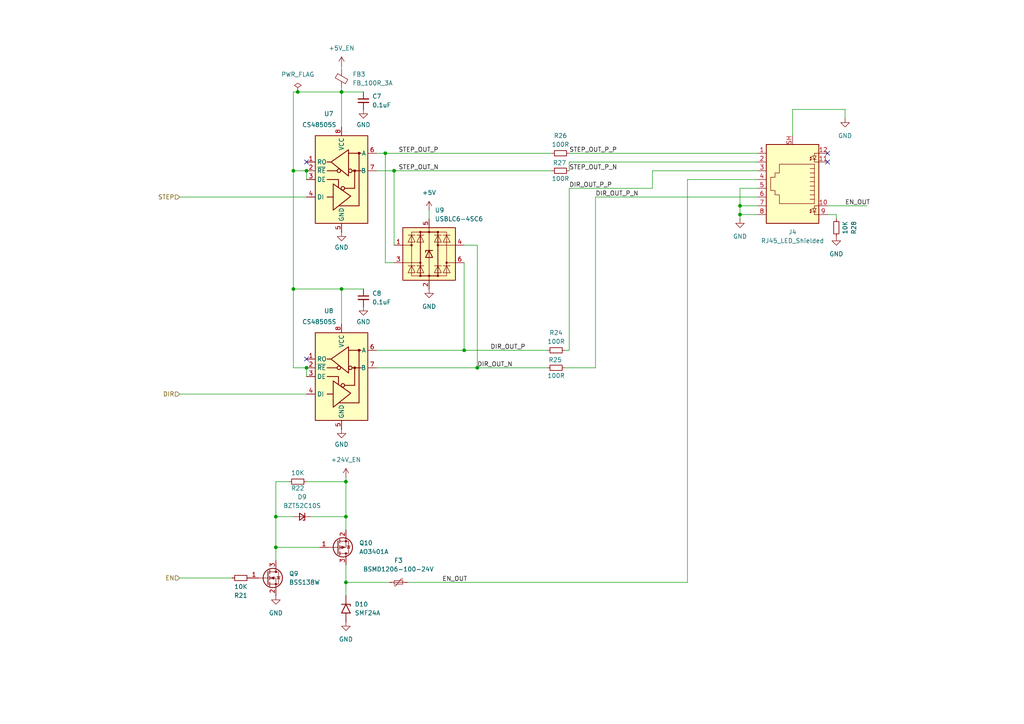
<source format=kicad_sch>
(kicad_sch (version 20231120) (generator "eeschema") (generator_version "8.0")
  (paper "A4")
  (lib_symbols
    (symbol "Device:C_Small" (pin_numbers hide) (pin_names (offset 0.254) hide)
      (property "Reference" "C" (at 0.254 1.778 0))
      (property "Value" "C_Small" (at 0.254 -2.032 0))
      (symbol "C_Small_0_1"
        (polyline (pts (xy -1.524 -0.508) (xy 1.524 -0.508)) (stroke (width 0.3302)))
        (polyline (pts (xy -1.524 0.508) (xy 1.524 0.508)) (stroke (width 0.3048)))
      )
      (symbol "C_Small_1_1"
        (pin passive line (at 0 2.54 270) (length 2.032) (name "~") (number "1"))
        (pin passive line (at 0 -2.54 90) (length 2.032) (name "~") (number "2"))
      )
    )
    (symbol "Device:R_Small" (pin_numbers hide) (pin_names (offset 0.254) hide)
      (property "Reference" "R" (at 0.762 0.508 0))
      (property "Value" "R_Small" (at 0.762 -1.016 0))
      (symbol "R_Small_0_1"
        (rectangle (start -0.762 1.778) (end 0.762 -1.778) (stroke (width 0.2032)))
      )
      (symbol "R_Small_1_1"
        (pin passive line (at 0 2.54 270) (length 0.762) (name "~") (number "1"))
        (pin passive line (at 0 -2.54 90) (length 0.762) (name "~") (number "2"))
      )
    )
    (symbol "hadv-connectors:RJ45_LED_Shielded" (pin_names (offset 1.016))
      (property "Reference" "J" (at -5.08 13.97 0))
      (property "Value" "RJ45_LED_Shielded" (at 1.27 13.97 0))
      (symbol "RJ45_LED_Shielded_0_1"
        (polyline (pts (xy -7.62 -7.62) (xy -6.35 -7.62)))
        (polyline (pts (xy -7.62 -5.08) (xy -6.35 -5.08)))
        (polyline (pts (xy -7.62 7.62) (xy -6.35 7.62)))
        (polyline (pts (xy -7.62 10.16) (xy -6.35 10.16)))
        (polyline (pts (xy -6.858 -5.842) (xy -5.842 -5.842)))
        (polyline (pts (xy -6.858 9.398) (xy -5.842 9.398)))
        (polyline (pts (xy -6.35 -7.62) (xy -6.35 -6.858)))
        (polyline (pts (xy -6.35 -5.08) (xy -6.35 -5.842)))
        (polyline (pts (xy -6.35 7.62) (xy -6.35 8.382)))
        (polyline (pts (xy -6.35 10.16) (xy -6.35 9.398)))
        (polyline (pts (xy -5.08 -6.223) (xy -5.207 -6.604)))
        (polyline (pts (xy -5.08 -5.588) (xy -5.207 -5.969)))
        (polyline (pts (xy -5.08 4.445) (xy -6.35 4.445)))
        (polyline (pts (xy -5.08 5.715) (xy -6.35 5.715)))
        (polyline (pts (xy -5.08 9.017) (xy -5.207 8.636)))
        (polyline (pts (xy -5.08 9.652) (xy -5.207 9.271)))
        (polyline (pts (xy -6.35 -3.175) (xy -5.08 -3.175) (xy -5.08 -3.175)))
        (polyline (pts (xy -6.35 -1.905) (xy -5.08 -1.905) (xy -5.08 -1.905)))
        (polyline (pts (xy -6.35 -0.635) (xy -5.08 -0.635) (xy -5.08 -0.635)))
        (polyline (pts (xy -6.35 0.635) (xy -5.08 0.635) (xy -5.08 0.635)))
        (polyline (pts (xy -6.35 1.905) (xy -5.08 1.905) (xy -5.08 1.905)))
        (polyline (pts (xy -5.588 -6.731) (xy -5.08 -6.223) (xy -5.461 -6.35)))
        (polyline (pts (xy -5.588 -6.096) (xy -5.08 -5.588) (xy -5.461 -5.715)))
        (polyline (pts (xy -5.588 8.509) (xy -5.08 9.017) (xy -5.461 8.89)))
        (polyline (pts (xy -5.588 9.144) (xy -5.08 9.652) (xy -5.461 9.525)))
        (polyline (pts (xy -5.08 3.175) (xy -6.35 3.175) (xy -6.35 3.175)))
        (polyline (pts (xy -6.35 -5.842) (xy -6.858 -6.858) (xy -5.842 -6.858) (xy -6.35 -5.842)))
        (polyline (pts (xy -6.35 9.398) (xy -6.858 8.382) (xy -5.842 8.382) (xy -6.35 9.398)))
        (polyline (pts (xy -6.35 -4.445) (xy -6.35 6.985) (xy 3.81 6.985) (xy 3.81 4.445) (xy 5.08 4.445) (xy 5.08 3.175) (xy 6.35 3.175) (xy 6.35 -0.635) (xy 5.08 -0.635) (xy 5.08 -1.905) (xy 3.81 -1.905) (xy 3.81 -4.445) (xy -6.35 -4.445) (xy -6.35 -4.445)))
        (rectangle (start 7.62 12.7) (end -7.62 -10.16) (stroke (width 0.254)) (fill (type background)))
      )
      (symbol "RJ45_LED_Shielded_1_1"
        (pin passive line (at 10.16 -7.62 180) (length 2.54) (name "~") (number "1"))
        (pin passive line (at -10.16 7.62 0) (length 2.54) (name "~") (number "10"))
        (pin passive line (at -10.16 -5.08 0) (length 2.54) (name "~") (number "11"))
        (pin passive line (at -10.16 -7.62 0) (length 2.54) (name "~") (number "12"))
        (pin passive line (at 10.16 -5.08 180) (length 2.54) (name "~") (number "2"))
        (pin passive line (at 10.16 -2.54 180) (length 2.54) (name "~") (number "3"))
        (pin passive line (at 10.16 0 180) (length 2.54) (name "~") (number "4"))
        (pin passive line (at 10.16 2.54 180) (length 2.54) (name "~") (number "5"))
        (pin passive line (at 10.16 5.08 180) (length 2.54) (name "~") (number "6"))
        (pin passive line (at 10.16 7.62 180) (length 2.54) (name "~") (number "7"))
        (pin passive line (at 10.16 10.16 180) (length 2.54) (name "~") (number "8"))
        (pin passive line (at -10.16 10.16 0) (length 2.54) (name "~") (number "9"))
        (pin passive line (at 0 -12.7 90) (length 2.54) (name "~") (number "SH"))
      )
    )
    (symbol "hadv-diodes:BZT52C10S" (pin_numbers hide) (pin_names (offset 0.254) hide)
      (property "Reference" "D" (at 0 2.286 0))
      (property "Value" "BZT52C10S" (at 0 -2.286 0))
      (symbol "BZT52C10S_0_1"
        (polyline (pts (xy 0.762 0) (xy -0.762 0)))
        (polyline (pts (xy -0.254 1.016) (xy -0.762 1.016) (xy -0.762 -1.016)) (stroke (width 0.254)))
        (polyline (pts (xy 0.762 1.016) (xy -0.762 0) (xy 0.762 -1.016) (xy 0.762 1.016)) (stroke (width 0.254)))
      )
      (symbol "BZT52C10S_1_1"
        (pin passive line (at -2.54 0 0) (length 1.778) (name "K") (number "1"))
        (pin passive line (at 2.54 0 180) (length 1.778) (name "A") (number "2"))
      )
    )
    (symbol "hadv-interface:CS48505S"
      (property "Reference" "U" (at -6.985 13.97 0))
      (property "Value" "CS48505S" (at 7.62 13.97 0))
      (symbol "CS48505S_0_1"
        (rectangle (start -7.62 12.7) (end 7.62 -12.7) (stroke (width 0.254)) (fill (type background)))
        (polyline (pts (xy -4.191 2.54) (xy -1.27 2.54)) (stroke (width 0.254)))
        (polyline (pts (xy -2.54 -5.08) (xy -4.191 -5.08)) (stroke (width 0.254)))
        (polyline (pts (xy -0.635 -7.62) (xy 5.08 -7.62)) (stroke (width 0.254)))
        (polyline (pts (xy 0.889 -2.54) (xy 3.81 -2.54)) (stroke (width 0.254)))
        (polyline (pts (xy 2.032 7.62) (xy 5.715 7.62)) (stroke (width 0.254)))
        (polyline (pts (xy 3.048 2.54) (xy 5.715 2.54)) (stroke (width 0.254)))
        (polyline (pts (xy 3.81 -2.54) (xy 3.81 2.54)) (stroke (width 0.254)))
        (polyline (pts (xy 5.08 -7.62) (xy 5.08 7.62)) (stroke (width 0.254)))
        (polyline (pts (xy -4.191 0) (xy -0.889 0) (xy -0.889 -2.286)) (stroke (width 0.254)))
        (polyline (pts (xy -3.175 5.08) (xy -4.191 5.08) (xy -4.064 5.08)) (stroke (width 0.254)))
        (polyline (pts (xy -2.413 -5.08) (xy -2.413 -1.27) (xy 2.667 -4.826) (xy -2.413 -8.89) (xy -2.413 -5.08)) (stroke (width 0.254)))
        (circle (center 0.381 -2.54) (radius 0.508) (stroke (width 0.254)))
        (circle (center 3.81 2.54) (radius 0.2794) (stroke (width 0.254)) (fill (type outline)))
      )
      (symbol "CS48505S_1_1"
        (circle (center -0.762 2.54) (radius 0.508) (stroke (width 0.254)))
        (polyline (pts (xy 2.032 4.826) (xy 2.032 8.636) (xy -3.048 5.08) (xy 2.032 1.016) (xy 2.032 4.826)) (stroke (width 0.254)))
        (circle (center 2.54 2.54) (radius 0.508) (stroke (width 0.254)))
        (circle (center 5.08 7.62) (radius 0.2794) (stroke (width 0.254)) (fill (type outline)))
        (pin output line (at -10.16 5.08 0) (length 2.54) (name "RO") (number "1"))
        (pin input line (at -10.16 2.54 0) (length 2.54) (name "~{RE}") (number "2"))
        (pin input line (at -10.16 0 0) (length 2.54) (name "DE") (number "3"))
        (pin input line (at -10.16 -5.08 0) (length 2.54) (name "DI") (number "4"))
        (pin power_in line (at 0 -15.24 90) (length 2.54) (name "GND") (number "5"))
        (pin bidirectional line (at 10.16 7.62 180) (length 2.54) (name "A") (number "6"))
        (pin bidirectional line (at 10.16 2.54 180) (length 2.54) (name "B") (number "7"))
        (pin power_in line (at 0 15.24 270) (length 2.54) (name "VCC") (number "8"))
      )
    )
    (symbol "hadv-passives:FB_100R_3A" (pin_numbers hide) (pin_names (offset 0))
      (property "Reference" "FB" (at 1.905 1.27 0))
      (property "Value" "FB_100R_3A" (at 1.905 -1.27 0))
      (symbol "FB_100R_3A_0_1"
        (polyline (pts (xy 0 -1.27) (xy 0 -0.7874)))
        (polyline (pts (xy 0 0.889) (xy 0 1.2954)))
        (polyline (pts (xy -1.8288 0.2794) (xy -1.1176 1.4986) (xy 1.8288 -0.2032) (xy 1.1176 -1.4224) (xy -1.8288 0.2794)))
      )
      (symbol "FB_100R_3A_1_1"
        (pin passive line (at 0 2.54 270) (length 1.27) (name "~") (number "1"))
        (pin passive line (at 0 -2.54 90) (length 1.27) (name "~") (number "2"))
      )
    )
    (symbol "hadv-protection:BSMD1206-100-24V" (pin_numbers hide) (pin_names (offset 0))
      (property "Reference" "F" (at -1.905 0 90))
      (property "Value" "BSMD1206-100-24V" (at 1.905 0 90))
      (symbol "BSMD1206-100-24V_0_1"
        (rectangle (start -0.508 1.27) (end 0.508 -1.27))
        (polyline (pts (xy 0 2.54) (xy 0 -2.54)))
        (polyline (pts (xy -1.016 1.27) (xy -1.016 0.762) (xy 1.016 -0.762) (xy 1.016 -1.27)))
      )
      (symbol "BSMD1206-100-24V_1_1"
        (pin passive line (at 0 2.54 270) (length 0.635) (name "~") (number "1"))
        (pin passive line (at 0 -2.54 90) (length 0.635) (name "~") (number "2"))
      )
    )
    (symbol "hadv-protection:SMF24A" (pin_numbers hide) (pin_names (offset 1.016) hide)
      (property "Reference" "D" (at 0 2.54 0))
      (property "Value" "SMF24A" (at 0 -2.54 0))
      (symbol "SMF24A_0_1"
        (polyline (pts (xy -0.762 1.27) (xy -1.27 1.27) (xy -1.27 -1.27)) (stroke (width 0.254)))
        (polyline (pts (xy 1.27 1.27) (xy 1.27 -1.27) (xy -1.27 0) (xy 1.27 1.27)) (stroke (width 0.254)))
      )
      (symbol "SMF24A_1_1"
        (pin passive line (at -3.81 0 0) (length 2.54) (name "A1") (number "1"))
        (pin passive line (at 3.81 0 180) (length 2.54) (name "A2") (number "2"))
      )
    )
    (symbol "hadv-protection:USBLC6-4SC6" (pin_names hide)
      (property "Reference" "U" (at 2.54 8.89 0))
      (property "Value" "USBLC6-4SC6" (at 2.54 -8.89 0))
      (symbol "USBLC6-4SC6_0_1"
        (rectangle (start -7.62 -7.62) (end 7.62 7.62) (stroke (width 0.254)) (fill (type background)))
        (circle (center -5.08 2.54) (radius 0.254) (fill (type outline)))
        (circle (center -2.54 -6.35) (radius 0.254) (fill (type outline)))
        (circle (center -2.54 -2.54) (radius 0.254) (fill (type outline)))
        (circle (center -2.54 6.35) (radius 0.254) (fill (type outline)))
        (rectangle (start -2.54 6.35) (end 2.54 -6.35) (stroke (width 0.254)) (fill (type background)))
        (circle (center 0 -6.35) (radius 0.254) (fill (type outline)))
        (polyline (pts (xy -5.08 2.54) (xy -7.62 2.54)))
        (polyline (pts (xy -4.064 -3.429) (xy -6.096 -3.429)))
        (polyline (pts (xy -4.064 5.461) (xy -6.096 5.461)))
        (polyline (pts (xy -2.54 -2.54) (xy -7.62 -2.54)))
        (polyline (pts (xy -1.524 -3.429) (xy -3.556 -3.429)))
        (polyline (pts (xy -1.524 5.461) (xy -3.556 5.461)))
        (polyline (pts (xy 0 -7.62) (xy 0 -6.35)))
        (polyline (pts (xy 0 -6.35) (xy 0 1.27)))
        (polyline (pts (xy 0 1.27) (xy 0 6.35)))
        (polyline (pts (xy 0 6.35) (xy 0 7.62)))
        (polyline (pts (xy 1.524 -3.429) (xy 3.556 -3.429)))
        (polyline (pts (xy 1.524 5.461) (xy 3.556 5.461)))
        (polyline (pts (xy 2.54 2.54) (xy 7.62 2.54)))
        (polyline (pts (xy 4.064 -3.429) (xy 6.096 -3.429)))
        (polyline (pts (xy 4.064 5.461) (xy 6.096 5.461)))
        (polyline (pts (xy 5.08 -2.54) (xy 7.62 -2.54)))
        (polyline (pts (xy -6.096 -5.461) (xy -4.064 -5.461) (xy -5.08 -3.429) (xy -6.096 -5.461)))
        (polyline (pts (xy -6.096 3.429) (xy -4.064 3.429) (xy -5.08 5.461) (xy -6.096 3.429)))
        (polyline (pts (xy -3.556 -5.461) (xy -1.524 -5.461) (xy -2.54 -3.429) (xy -3.556 -5.461)))
        (polyline (pts (xy -3.556 3.429) (xy -1.524 3.429) (xy -2.54 5.461) (xy -3.556 3.429)))
        (polyline (pts (xy -2.54 6.35) (xy -5.08 6.35) (xy -5.08 -6.35) (xy -2.54 -6.35)))
        (polyline (pts (xy -1.016 -1.016) (xy 1.016 -1.016) (xy 0 1.016) (xy -1.016 -1.016)) (stroke (width 0.254)) (fill (type background)))
        (polyline (pts (xy 1.016 1.016) (xy 0.762 1.016) (xy -1.016 1.016) (xy -1.016 0.508)) (stroke (width 0.254)) (fill (type background)))
        (polyline (pts (xy 2.54 6.35) (xy 5.08 6.35) (xy 5.08 -6.35) (xy 2.54 -6.35)))
        (polyline (pts (xy 3.556 -5.461) (xy 1.524 -5.461) (xy 2.54 -3.429) (xy 3.556 -5.461)))
        (polyline (pts (xy 3.556 3.429) (xy 1.524 3.429) (xy 2.54 5.461) (xy 3.556 3.429)))
        (polyline (pts (xy 6.096 -5.461) (xy 4.064 -5.461) (xy 5.08 -3.429) (xy 6.096 -5.461)))
        (polyline (pts (xy 6.096 3.429) (xy 4.064 3.429) (xy 5.08 5.461) (xy 6.096 3.429)))
        (circle (center 0 6.35) (radius 0.254) (fill (type outline)))
        (circle (center 2.54 -6.35) (radius 0.254) (fill (type outline)))
        (circle (center 2.54 2.54) (radius 0.254) (fill (type outline)))
        (circle (center 2.54 6.35) (radius 0.254) (fill (type outline)))
        (circle (center 5.08 -2.54) (radius 0.254) (fill (type outline)))
      )
      (symbol "USBLC6-4SC6_1_1"
        (pin passive line (at -10.16 2.54 0) (length 2.54) (name "I/O1") (number "1"))
        (pin power_in line (at 0 -10.16 90) (length 2.54) (name "GND") (number "2"))
        (pin passive line (at -10.16 -2.54 0) (length 2.54) (name "I/O2") (number "3"))
        (pin passive line (at 10.16 2.54 180) (length 2.54) (name "I/O3") (number "4"))
        (pin passive line (at 0 10.16 270) (length 2.54) (name "VBUS") (number "5"))
        (pin passive line (at 10.16 -2.54 180) (length 2.54) (name "I/O4") (number "6"))
      )
    )
    (symbol "hadv-transistors:AO3401A" (pin_names hide)
      (property "Reference" "Q" (at 5.08 1.905 0))
      (property "Value" "AO3401A" (at 5.08 0 0))
      (symbol "AO3401A_0_1"
        (polyline (pts (xy 0.254 0) (xy -2.54 0)))
        (polyline (pts (xy 0.254 1.905) (xy 0.254 -1.905)) (stroke (width 0.254)))
        (polyline (pts (xy 0.762 -1.27) (xy 0.762 -2.286)) (stroke (width 0.254)))
        (polyline (pts (xy 0.762 0.508) (xy 0.762 -0.508)) (stroke (width 0.254)))
        (polyline (pts (xy 0.762 2.286) (xy 0.762 1.27)) (stroke (width 0.254)))
        (polyline (pts (xy 2.54 2.54) (xy 2.54 1.778)))
        (polyline (pts (xy 2.54 -2.54) (xy 2.54 0) (xy 0.762 0)))
        (polyline (pts (xy 0.762 1.778) (xy 3.302 1.778) (xy 3.302 -1.778) (xy 0.762 -1.778)))
        (polyline (pts (xy 2.286 0) (xy 1.27 0.381) (xy 1.27 -0.381) (xy 2.286 0)) (fill (type outline)))
        (polyline (pts (xy 2.794 -0.508) (xy 2.921 -0.381) (xy 3.683 -0.381) (xy 3.81 -0.254)))
        (polyline (pts (xy 3.302 -0.381) (xy 2.921 0.254) (xy 3.683 0.254) (xy 3.302 -0.381)))
        (circle (center 1.651 0) (radius 2.794) (stroke (width 0.254)))
        (circle (center 2.54 -1.778) (radius 0.254) (fill (type outline)))
        (circle (center 2.54 1.778) (radius 0.254) (fill (type outline)))
      )
      (symbol "AO3401A_1_1"
        (pin input line (at -5.08 0 0) (length 2.54) (name "G") (number "1"))
        (pin passive line (at 2.54 -5.08 90) (length 2.54) (name "S") (number "2"))
        (pin passive line (at 2.54 5.08 270) (length 2.54) (name "D") (number "3"))
      )
    )
    (symbol "hadv-transistors:BSS138W" (pin_names (offset 0) hide)
      (property "Reference" "Q" (at 5.08 1.27 0))
      (property "Value" "BSS138W" (at 5.08 -1.27 0))
      (symbol "BSS138W_0_1"
        (polyline (pts (xy 0.254 0) (xy -2.54 0)))
        (polyline (pts (xy 0.254 1.905) (xy 0.254 -1.905)) (stroke (width 0.254)))
        (polyline (pts (xy 0.762 -1.27) (xy 0.762 -2.286)) (stroke (width 0.254)))
        (polyline (pts (xy 0.762 0.508) (xy 0.762 -0.508)) (stroke (width 0.254)))
        (polyline (pts (xy 0.762 2.286) (xy 0.762 1.27)) (stroke (width 0.254)))
        (polyline (pts (xy 2.54 2.54) (xy 2.54 1.778)))
        (polyline (pts (xy 2.54 -2.54) (xy 2.54 0) (xy 0.762 0)))
        (polyline (pts (xy 0.762 -1.778) (xy 3.302 -1.778) (xy 3.302 1.778) (xy 0.762 1.778)))
        (polyline (pts (xy 1.016 0) (xy 2.032 0.381) (xy 2.032 -0.381) (xy 1.016 0)) (fill (type outline)))
        (polyline (pts (xy 2.794 0.508) (xy 2.921 0.381) (xy 3.683 0.381) (xy 3.81 0.254)))
        (polyline (pts (xy 3.302 0.381) (xy 2.921 -0.254) (xy 3.683 -0.254) (xy 3.302 0.381)))
        (circle (center 1.651 0) (radius 2.794) (stroke (width 0.254)))
        (circle (center 2.54 -1.778) (radius 0.254) (fill (type outline)))
        (circle (center 2.54 1.778) (radius 0.254) (fill (type outline)))
      )
      (symbol "BSS138W_1_1"
        (pin input line (at -5.08 0 0) (length 2.54) (name "G") (number "1"))
        (pin passive line (at 2.54 -5.08 90) (length 2.54) (name "S") (number "2"))
        (pin passive line (at 2.54 5.08 270) (length 2.54) (name "D") (number "3"))
      )
    )
    (symbol "hadv-vregs:+24V_EN" (power) (pin_numbers hide) (pin_names (offset 0) hide)
      (property "Value" "+24V_EN" (at 0 3.556 0))
      (symbol "+24V_EN_0_1"
        (polyline (pts (xy -0.762 1.27) (xy 0 2.54)))
        (polyline (pts (xy 0 0) (xy 0 2.54)))
        (polyline (pts (xy 0 2.54) (xy 0.762 1.27)))
      )
      (symbol "+24V_EN_1_1"
        (pin power_in line (at 0 0 90) (length 0) (name "~") (number "1"))
      )
    )
    (symbol "hadv-vregs:+5V_EN" (power) (pin_numbers hide) (pin_names (offset 0) hide)
      (property "Value" "+5V_EN" (at 0 3.556 0))
      (symbol "+5V_EN_0_1"
        (polyline (pts (xy -0.762 1.27) (xy 0 2.54)))
        (polyline (pts (xy 0 0) (xy 0 2.54)))
        (polyline (pts (xy 0 2.54) (xy 0.762 1.27)))
      )
      (symbol "+5V_EN_1_1"
        (pin power_in line (at 0 0 90) (length 0) (name "~") (number "1"))
      )
    )
    (symbol "power:+5V" (power) (pin_numbers hide) (pin_names (offset 0) hide)
      (property "Value" "+5V" (at 0 3.556 0))
      (symbol "+5V_0_1"
        (polyline (pts (xy -0.762 1.27) (xy 0 2.54)))
        (polyline (pts (xy 0 0) (xy 0 2.54)))
        (polyline (pts (xy 0 2.54) (xy 0.762 1.27)))
      )
      (symbol "+5V_1_1"
        (pin power_in line (at 0 0 90) (length 0) (name "~") (number "1"))
      )
    )
    (symbol "power:GND" (power) (pin_numbers hide) (pin_names (offset 0) hide)
      (property "Value" "GND" (at 0 -3.81 0))
      (symbol "GND_0_1"
        (polyline (pts (xy 0 0) (xy 0 -1.27) (xy 1.27 -1.27) (xy 0 -2.54) (xy -1.27 -1.27) (xy 0 -1.27)))
      )
      (symbol "GND_1_1"
        (pin power_in line (at 0 0 270) (length 0) (name "~") (number "1"))
      )
    )
    (symbol "power:PWR_FLAG" (power) (pin_numbers hide) (pin_names (offset 0) hide)
      (property "Value" "PWR_FLAG" (at 0 3.81 0))
      (symbol "PWR_FLAG_0_0"
        (pin power_out line (at 0 0 90) (length 0) (name "~") (number "1"))
      )
      (symbol "PWR_FLAG_0_1"
        (polyline (pts (xy 0 0) (xy 0 1.27) (xy -1.016 1.905) (xy 0 2.54) (xy 1.016 1.905) (xy 0 1.27)))
      )
    )
  )
  (junction (at 99.06 26.67))
  (junction (at 80.01 158.75))
  (junction (at 80.01 149.86))
  (junction (at 88.9 49.53))
  (junction (at 85.09 83.82))
  (junction (at 85.09 49.53))
  (junction (at 134.62 101.6))
  (junction (at 100.33 168.91))
  (junction (at 100.33 139.7))
  (junction (at 88.9 106.68))
  (junction (at 214.63 59.69))
  (junction (at 138.43 106.68))
  (junction (at 111.76 44.45))
  (junction (at 99.06 83.82))
  (junction (at 100.33 149.86))
  (junction (at 214.63 62.23))
  (junction (at 86.36 26.67))
  (junction (at 114.3 49.53))
  (no_connect (at 88.9 104.14))
  (no_connect (at 88.9 46.99))
  (no_connect (at 240.03 46.99))
  (no_connect (at 240.03 44.45))
  (wire (pts (xy 80.01 149.86) (xy 85.09 149.86)))
  (wire (pts (xy 52.07 167.64) (xy 67.31 167.64)))
  (wire (pts (xy 165.1 49.53) (xy 165.1 46.99)))
  (wire (pts (xy 189.23 54.61) (xy 189.23 49.53)))
  (wire (pts (xy 214.63 62.23) (xy 214.63 63.5)))
  (wire (pts (xy 88.9 106.68) (xy 85.09 106.68)))
  (wire (pts (xy 100.33 168.91) (xy 100.33 172.72)))
  (wire (pts (xy 165.1 44.45) (xy 219.71 44.45)))
  (wire (pts (xy 199.39 52.07) (xy 219.71 52.07)))
  (wire (pts (xy 111.76 44.45) (xy 160.02 44.45)))
  (wire (pts (xy 138.43 71.12) (xy 138.43 106.68)))
  (wire (pts (xy 80.01 158.75) (xy 80.01 162.56)))
  (wire (pts (xy 88.9 106.68) (xy 88.9 109.22)))
  (wire (pts (xy 124.46 60.96) (xy 124.46 63.5)))
  (wire (pts (xy 165.1 54.61) (xy 165.1 101.6)))
  (wire (pts (xy 83.82 139.7) (xy 80.01 139.7)))
  (wire (pts (xy 88.9 49.53) (xy 85.09 49.53)))
  (wire (pts (xy 172.72 57.15) (xy 219.71 57.15)))
  (wire (pts (xy 80.01 139.7) (xy 80.01 149.86)))
  (wire (pts (xy 229.87 31.75) (xy 245.11 31.75)))
  (wire (pts (xy 242.57 62.23) (xy 240.03 62.23)))
  (wire (pts (xy 114.3 49.53) (xy 160.02 49.53)))
  (wire (pts (xy 99.06 26.67) (xy 105.41 26.67)))
  (wire (pts (xy 109.22 44.45) (xy 111.76 44.45)))
  (wire (pts (xy 165.1 46.99) (xy 219.71 46.99)))
  (wire (pts (xy 99.06 19.05) (xy 99.06 20.32)))
  (wire (pts (xy 100.33 138.43) (xy 100.33 139.7)))
  (wire (pts (xy 172.72 106.68) (xy 172.72 57.15)))
  (wire (pts (xy 99.06 83.82) (xy 99.06 93.98)))
  (wire (pts (xy 111.76 44.45) (xy 111.76 76.2)))
  (wire (pts (xy 85.09 49.53) (xy 85.09 26.67)))
  (wire (pts (xy 214.63 62.23) (xy 219.71 62.23)))
  (wire (pts (xy 163.83 106.68) (xy 172.72 106.68)))
  (wire (pts (xy 109.22 101.6) (xy 134.62 101.6)))
  (wire (pts (xy 138.43 106.68) (xy 158.75 106.68)))
  (wire (pts (xy 80.01 149.86) (xy 80.01 158.75)))
  (wire (pts (xy 52.07 114.3) (xy 88.9 114.3)))
  (wire (pts (xy 199.39 52.07) (xy 199.39 168.91)))
  (wire (pts (xy 100.33 139.7) (xy 100.33 149.86)))
  (wire (pts (xy 92.71 158.75) (xy 80.01 158.75)))
  (wire (pts (xy 99.06 25.4) (xy 99.06 26.67)))
  (wire (pts (xy 214.63 59.69) (xy 219.71 59.69)))
  (wire (pts (xy 229.87 39.37) (xy 229.87 31.75)))
  (wire (pts (xy 100.33 149.86) (xy 100.33 153.67)))
  (wire (pts (xy 52.07 57.15) (xy 88.9 57.15)))
  (wire (pts (xy 189.23 49.53) (xy 219.71 49.53)))
  (wire (pts (xy 88.9 139.7) (xy 100.33 139.7)))
  (wire (pts (xy 85.09 106.68) (xy 85.09 83.82)))
  (wire (pts (xy 99.06 26.67) (xy 99.06 36.83)))
  (wire (pts (xy 134.62 76.2) (xy 134.62 101.6)))
  (wire (pts (xy 163.83 101.6) (xy 165.1 101.6)))
  (wire (pts (xy 85.09 49.53) (xy 85.09 83.82)))
  (wire (pts (xy 219.71 54.61) (xy 214.63 54.61)))
  (wire (pts (xy 214.63 59.69) (xy 214.63 62.23)))
  (wire (pts (xy 242.57 63.5) (xy 242.57 62.23)))
  (wire (pts (xy 85.09 83.82) (xy 99.06 83.82)))
  (wire (pts (xy 114.3 49.53) (xy 114.3 71.12)))
  (wire (pts (xy 109.22 49.53) (xy 114.3 49.53)))
  (wire (pts (xy 85.09 26.67) (xy 86.36 26.67)))
  (wire (pts (xy 88.9 49.53) (xy 88.9 52.07)))
  (wire (pts (xy 134.62 101.6) (xy 158.75 101.6)))
  (wire (pts (xy 90.17 149.86) (xy 100.33 149.86)))
  (wire (pts (xy 100.33 163.83) (xy 100.33 168.91)))
  (wire (pts (xy 86.36 26.67) (xy 99.06 26.67)))
  (wire (pts (xy 240.03 59.69) (xy 251.46 59.69)))
  (wire (pts (xy 99.06 83.82) (xy 105.41 83.82)))
  (wire (pts (xy 109.22 106.68) (xy 138.43 106.68)))
  (wire (pts (xy 189.23 54.61) (xy 165.1 54.61)))
  (wire (pts (xy 100.33 168.91) (xy 113.03 168.91)))
  (wire (pts (xy 118.11 168.91) (xy 199.39 168.91)))
  (wire (pts (xy 214.63 54.61) (xy 214.63 59.69)))
  (wire (pts (xy 114.3 76.2) (xy 111.76 76.2)))
  (wire (pts (xy 134.62 71.12) (xy 138.43 71.12)))
  (wire (pts (xy 245.11 31.75) (xy 245.11 34.29)))
  (label "DIR_OUT_N" (at 138.43 106.68 0))
  (label "STEP_OUT_P_N" (at 165.1 49.53 0))
  (label "DIR_OUT_P_N" (at 172.72 57.15 0))
  (label "DIR_OUT_P" (at 142.24 101.6 0))
  (label "STEP_OUT_P_P" (at 165.1 44.45 0))
  (label "DIR_OUT_P_P" (at 165.1 54.61 0))
  (label "EN_OUT" (at 245.11 59.69 0))
  (label "STEP_OUT_N" (at 115.57 49.53 0))
  (label "STEP_OUT_P" (at 115.57 44.45 0))
  (label "EN_OUT" (at 128.27 168.91 0))
  (hierarchical_label "DIR" (shape input) (at 52.07 114.3 180))
  (hierarchical_label "EN" (shape input) (at 52.07 167.64 180))
  (hierarchical_label "STEP" (shape input) (at 52.07 57.15 180))
  (symbol (lib_id "Device:R_Small") (at 86.36 139.7 270) (unit 1)
    (property "Reference" "R6" (at 86.36 141.605 90))
    (property "Value" "10K" (at 86.36 137.16 90))
    (property "Footprint" "Resistor_SMD:R_0603_1608Metric" (effects (hide yes)))
    (instances (project "rioctrl-stepdir4" (path "" (reference "R22") (unit 1)) (path "" (reference "R30") (unit 1)) (path "" (reference "R14") (unit 1)) (path "" (reference "R6") (unit 1))))
  )
  (symbol (lib_id "Device:R_Small") (at 161.29 101.6 90) (unit 1)
    (property "Reference" "R8" (at 161.29 96.52 90))
    (property "Value" "100R" (at 161.29 99.06 90))
    (property "Footprint" "Resistor_SMD:R_0603_1608Metric" (effects (hide yes)))
    (property "Description" "Resistor, small symbol" (effects (hide yes)))
    (instances (project "rioctrl-stepdir4" (path "" (reference "R24") (unit 1)) (path "" (reference "R32") (unit 1)) (path "" (reference "R16") (unit 1)) (path "" (reference "R8") (unit 1))))
  )
  (symbol (lib_id "power:GND") (at 99.06 124.46 0) (unit 1)
    (property "Reference" "#PWR018" (effects (hide yes)))
    (property "Value" "GND" (at 99.06 128.905 0))
    (property "Description" "Power symbol creates a global label with name \"GND\" , ground" (effects (hide yes)))
    (instances (project "rioctrl-stepdir4" (path "" (reference "#PWR046") (unit 1)) (path "" (reference "#PWR060") (unit 1)) (path "" (reference "#PWR032") (unit 1)) (path "" (reference "#PWR018") (unit 1))))
  )
  (symbol (lib_id "hadv-transistors:AO3401A") (at 97.79 158.75 0) (mirror x) (unit 1)
    (property "Reference" "Q6" (at 104.14 157.48 0) (effects (justify left)))
    (property "Value" "AO3401A" (at 104.14 160.02 0) (effects (justify left)))
    (property "Footprint" "Package_TO_SOT_SMD:SOT-23" (effects (hide yes)))
    (property "Datasheet" "http://www.vishay.com/docs/70209/70209.pdf" (effects (hide yes)))
    (property "LCSC#" "C347476" (effects (hide yes)))
    (property "MPN" "AO3401A" (effects (hide yes)))
    (property "Manufacturer" "UMW" (effects (hide yes)))
    (instances (project "rioctrl-stepdir4" (path "" (reference "Q10") (unit 1)) (path "" (reference "Q12") (unit 1)) (path "" (reference "Q8") (unit 1)) (path "" (reference "Q6") (unit 1))))
  )
  (symbol (lib_id "hadv-diodes:BZT52C10S") (at 87.63 149.86 180) (unit 1)
    (property "Reference" "D3" (at 87.63 144.145 0))
    (property "Value" "BZT52C10S" (at 87.63 146.685 0))
    (property "Footprint" "Diode_SMD:D_SOD-323" (effects (hide yes)))
    (property "MPN" "BZT52C10S" (effects (hide yes)))
    (property "LCSC#" "C5270769" (effects (hide yes)))
    (property "Manufacturer" "YFW" (effects (hide yes)))
    (instances (project "rioctrl-stepdir4" (path "" (reference "D9") (unit 1)) (path "" (reference "D12") (unit 1)) (path "" (reference "D6") (unit 1)) (path "" (reference "D3") (unit 1))))
  )
  (symbol (lib_id "Device:C_Small") (at 105.41 29.21 0) (unit 1)
    (property "Reference" "C3" (at 107.95 27.9463 0) (effects (justify left)))
    (property "Value" "0.1uF" (at 107.95 30.4863 0) (effects (justify left)))
    (property "Footprint" "Capacitor_SMD:C_0603_1608Metric" (effects (hide yes)))
    (instances (project "rioctrl-stepdir4" (path "" (reference "C7") (unit 1)) (path "" (reference "C9") (unit 1)) (path "" (reference "C5") (unit 1)) (path "" (reference "C3") (unit 1))))
  )
  (symbol (lib_id "hadv-vregs:+5V_EN") (at 99.06 19.05 0) (unit 1)
    (property "Reference" "#PWR030" (effects (hide yes)))
    (property "Value" "+5V_EN" (at 99.06 13.97 0))
    (property "Description" "Power symbol creates a global label with name \"+5V_EN\"" (effects (hide yes)))
    (instances (project "rioctrl-stepdir4" (path "" (reference "#PWR044") (unit 1)) (path "" (reference "#PWR058") (unit 1)) (path "" (reference "#PWR030") (unit 1)) (path "" (reference "#PWR016") (unit 1))))
  )
  (symbol (lib_id "hadv-interface:CS48505S") (at 99.06 52.07 0) (unit 1)
    (property "Reference" "U1" (at 93.98 33.02 0) (effects (justify left)))
    (property "Value" "CS48505S" (at 87.63 36.195 0) (effects (justify left)))
    (property "Footprint" "Package_SO:SOIC-8_3.9x4.9mm_P1.27mm" (effects (hide yes)))
    (property "Datasheet" "https://datasheet.lcsc.com/lcsc/2207041730_Chipanalog-CS48505S_C3202824.pdf" (effects (hide yes)))
    (property "MPN" "CS48505S" (effects (hide yes)))
    (property "Manufacturer" "Chipanalog" (effects (hide yes)))
    (property "LCSC#" "C3202824" (effects (hide yes)))
    (instances (project "rioctrl-stepdir4" (path "" (reference "U7") (unit 1)) (path "" (reference "U10") (unit 1)) (path "" (reference "U4") (unit 1)) (path "" (reference "U1") (unit 1))))
  )
  (symbol (lib_id "power:PWR_FLAG") (at 86.36 26.67 0) (unit 1)
    (property "Reference" "#FLG07" (effects (hide yes)))
    (property "Value" "PWR_FLAG" (at 86.36 21.59 0))
    (property "Description" "Special symbol for telling ERC where power comes from" (effects (hide yes)))
    (instances (project "rioctrl-stepdir4" (path "" (reference "#FLG09") (unit 1)) (path "" (reference "#FLG010") (unit 1)) (path "" (reference "#FLG08") (unit 1)) (path "" (reference "#FLG07") (unit 1))))
  )
  (symbol (lib_id "power:GND") (at 105.41 88.9 0) (unit 1)
    (property "Reference" "#PWR022" (effects (hide yes)))
    (property "Value" "GND" (at 105.41 93.345 0))
    (property "Description" "Power symbol creates a global label with name \"GND\" , ground" (effects (hide yes)))
    (instances (project "rioctrl-stepdir4" (path "" (reference "#PWR050") (unit 1)) (path "" (reference "#PWR064") (unit 1)) (path "" (reference "#PWR036") (unit 1)) (path "" (reference "#PWR022") (unit 1))))
  )
  (symbol (lib_id "hadv-protection:USBLC6-4SC6") (at 124.46 73.66 0) (unit 1)
    (property "Reference" "U6" (at 126.1111 60.96 0) (effects (justify left)))
    (property "Value" "USBLC6-4SC6" (at 126.1111 63.5 0) (effects (justify left)))
    (property "Footprint" "Package_TO_SOT_SMD:SOT-23-6" (effects (hide yes)))
    (property "Datasheet" "https://www.st.com/resource/en/datasheet/usblc6-4.pdf" (effects (hide yes)))
    (property "Description" "Very low capacitance ESD protection diode, 4 data-line, SOT-23-6" (effects (hide yes)))
    (property "MPN" "USBLC6-4SC6" (effects (hide yes)))
    (property "Manufacturer" "TECH PUBLIC" (effects (hide yes)))
    (property "LCSC#" "C5197386" (effects (hide yes)))
    (instances (project "rioctrl-stepdir4" (path "" (reference "U9") (unit 1)) (path "" (reference "U12") (unit 1)) (path "" (reference "U6") (unit 1)) (path "" (reference "U3") (unit 1))))
  )
  (symbol (lib_id "Device:R_Small") (at 242.57 66.04 0) (unit 1)
    (property "Reference" "R12" (at 247.65 66.04 90))
    (property "Value" "10K" (at 245.11 66.04 90))
    (property "Footprint" "Resistor_SMD:R_0603_1608Metric" (effects (hide yes)))
    (instances (project "rioctrl-stepdir4" (path "" (reference "R28") (unit 1)) (path "" (reference "R36") (unit 1)) (path "" (reference "R20") (unit 1)) (path "" (reference "R12") (unit 1))))
  )
  (symbol (lib_id "power:GND") (at 99.06 67.31 0) (unit 1)
    (property "Reference" "#PWR017" (effects (hide yes)))
    (property "Value" "GND" (at 99.06 71.755 0))
    (property "Description" "Power symbol creates a global label with name \"GND\" , ground" (effects (hide yes)))
    (instances (project "rioctrl-stepdir4" (path "" (reference "#PWR045") (unit 1)) (path "" (reference "#PWR059") (unit 1)) (path "" (reference "#PWR031") (unit 1)) (path "" (reference "#PWR017") (unit 1))))
  )
  (symbol (lib_id "hadv-connectors:RJ45_LED_Shielded") (at 229.87 52.07 180) (unit 1)
    (property "Reference" "J3" (at 229.87 67.31 0))
    (property "Value" "RJ45_LED_Shielded" (at 229.87 69.85 0))
    (property "Footprint" "hadv-connectors:R-RJ45R08P-C000" (effects (hide yes)))
    (property "Description" "RJ connector, 8P8C (8 positions 8 connected), two LEDs, RJ45, Shielded" (effects (hide yes)))
    (property "MPN" "R-RJ45R08P-C000" (effects (hide yes)))
    (property "Manufacturer" "Ckmtw(Shenzhen Cankemeng)" (effects (hide yes)))
    (property "LCSC#" "C386757" (effects (hide yes)))
    (instances (project "rioctrl-stepdir4" (path "" (reference "J4") (unit 1)) (path "" (reference "J5") (unit 1)) (path "" (reference "J3") (unit 1)) (path "" (reference "J2") (unit 1))))
  )
  (symbol (lib_id "hadv-protection:BSMD1206-100-24V") (at 115.57 168.91 90) (unit 1)
    (property "Reference" "F1" (at 115.57 162.56 90))
    (property "Value" "BSMD1206-100-24V" (at 115.57 165.1 90))
    (property "Footprint" "Fuse:Fuse_1206_3216Metric" (effects (hide yes)))
    (property "MPN" "BSMD1206-100-24V" (effects (hide yes)))
    (property "Manufacturer" "BHFUSE" (effects (hide yes)))
    (property "LCSC#" "C910830" (effects (hide yes)))
    (instances (project "rioctrl-stepdir4" (path "" (reference "F3") (unit 1)) (path "" (reference "F4") (unit 1)) (path "" (reference "F2") (unit 1)) (path "" (reference "F1") (unit 1))))
  )
  (symbol (lib_id "hadv-passives:FB_100R_3A") (at 99.06 22.86 0) (unit 1)
    (property "Reference" "FB1" (at 102.235 21.5519 0) (effects (justify left)))
    (property "Value" "FB_100R_3A" (at 102.235 24.0919 0) (effects (justify left)))
    (property "Footprint" "Inductor_SMD:L_0603_1608Metric" (effects (hide yes)))
    (property "MPN" "UPZ1608E101-3R0TF" (effects (hide yes)))
    (property "Manufacturer" "Sunlord" (effects (hide yes)))
    (property "LCSC#" "C96995" (effects (hide yes)))
    (instances (project "rioctrl-stepdir4" (path "" (reference "FB3") (unit 1)) (path "" (reference "FB4") (unit 1)) (path "" (reference "FB2") (unit 1)) (path "" (reference "FB1") (unit 1))))
  )
  (symbol (lib_id "power:GND") (at 242.57 68.58 0) (unit 1)
    (property "Reference" "#PWR027" (effects (hide yes)))
    (property "Value" "GND" (at 242.57 73.66 0))
    (property "Description" "Power symbol creates a global label with name \"GND\" , ground" (effects (hide yes)))
    (instances (project "rioctrl-stepdir4" (path "" (reference "#PWR055") (unit 1)) (path "" (reference "#PWR069") (unit 1)) (path "" (reference "#PWR041") (unit 1)) (path "" (reference "#PWR027") (unit 1))))
  )
  (symbol (lib_id "hadv-interface:CS48505S") (at 99.06 109.22 0) (unit 1)
    (property "Reference" "U2" (at 93.98 90.17 0) (effects (justify left)))
    (property "Value" "CS48505S" (at 87.63 93.345 0) (effects (justify left)))
    (property "Footprint" "Package_SO:SOIC-8_3.9x4.9mm_P1.27mm" (effects (hide yes)))
    (property "Datasheet" "https://datasheet.lcsc.com/lcsc/2207041730_Chipanalog-CS48505S_C3202824.pdf" (effects (hide yes)))
    (property "MPN" "CS48505S" (effects (hide yes)))
    (property "Manufacturer" "Chipanalog" (effects (hide yes)))
    (property "LCSC#" "C3202824" (effects (hide yes)))
    (instances (project "rioctrl-stepdir4" (path "" (reference "U8") (unit 1)) (path "" (reference "U11") (unit 1)) (path "" (reference "U5") (unit 1)) (path "" (reference "U2") (unit 1))))
  )
  (symbol (lib_id "Device:C_Small") (at 105.41 86.36 0) (unit 1)
    (property "Reference" "C4" (at 107.95 85.0963 0) (effects (justify left)))
    (property "Value" "0.1uF" (at 107.95 87.6363 0) (effects (justify left)))
    (property "Footprint" "Capacitor_SMD:C_0603_1608Metric" (effects (hide yes)))
    (instances (project "rioctrl-stepdir4" (path "" (reference "C8") (unit 1)) (path "" (reference "C10") (unit 1)) (path "" (reference "C6") (unit 1)) (path "" (reference "C4") (unit 1))))
  )
  (symbol (lib_id "Device:R_Small") (at 161.29 106.68 90) (unit 1)
    (property "Reference" "R9" (at 161.036 104.394 90))
    (property "Value" "100R" (at 161.29 108.966 90))
    (property "Footprint" "Resistor_SMD:R_0603_1608Metric" (effects (hide yes)))
    (property "Description" "Resistor, small symbol" (effects (hide yes)))
    (instances (project "rioctrl-stepdir4" (path "" (reference "R25") (unit 1)) (path "" (reference "R33") (unit 1)) (path "" (reference "R17") (unit 1)) (path "" (reference "R9") (unit 1))))
  )
  (symbol (lib_id "hadv-vregs:+24V_EN") (at 100.33 138.43 0) (unit 1)
    (property "Reference" "#PWR019" (effects (hide yes)))
    (property "Value" "+24V_EN" (at 100.33 133.35 0))
    (property "Description" "Power symbol creates a global label with name \"+24V_EN\"" (effects (hide yes)))
    (instances (project "" (path "" (reference "#PWR033") (unit 1)) (path "" (reference "#PWR037") (unit 1)) (path "" (reference "#PWR023") (unit 1)) (path "" (reference "#PWR019") (unit 1))))
  )
  (symbol (lib_id "power:GND") (at 105.41 31.75 0) (unit 1)
    (property "Reference" "#PWR021" (effects (hide yes)))
    (property "Value" "GND" (at 105.41 36.195 0))
    (property "Description" "Power symbol creates a global label with name \"GND\" , ground" (effects (hide yes)))
    (instances (project "rioctrl-stepdir4" (path "" (reference "#PWR049") (unit 1)) (path "" (reference "#PWR063") (unit 1)) (path "" (reference "#PWR035") (unit 1)) (path "" (reference "#PWR021") (unit 1))))
  )
  (symbol (lib_id "Device:R_Small") (at 162.56 49.53 90) (unit 1)
    (property "Reference" "R11" (at 162.306 47.244 90))
    (property "Value" "100R" (at 162.56 51.816 90))
    (property "Footprint" "Resistor_SMD:R_0603_1608Metric" (effects (hide yes)))
    (property "Description" "Resistor, small symbol" (effects (hide yes)))
    (instances (project "rioctrl-stepdir4" (path "" (reference "R27") (unit 1)) (path "" (reference "R35") (unit 1)) (path "" (reference "R19") (unit 1)) (path "" (reference "R11") (unit 1))))
  )
  (symbol (lib_id "hadv-protection:SMF24A") (at 100.33 176.53 270) (unit 1)
    (property "Reference" "D4" (at 102.87 175.26 90) (effects (justify left)))
    (property "Value" "SMF24A" (at 102.87 177.8 90) (effects (justify left)))
    (property "Footprint" "Diode_SMD:D_SOD-123F" (effects (hide yes)))
    (property "Datasheet" "https://datasheet.lcsc.com/lcsc/2304140030_Shandong-Jingdao-Microelectronics-SMF24A_C169430.pdf" (effects (hide yes)))
    (property "MPN" "SMF24A" (effects (hide yes)))
    (property "LCSC#" "C169430" (effects (hide yes)))
    (property "Manufacturer" "Shandong Jingdao Microelectronics" (effects (hide yes)))
    (instances (project "rioctrl-stepdir4" (path "" (reference "D10") (unit 1)) (path "" (reference "D13") (unit 1)) (path "" (reference "D7") (unit 1)) (path "" (reference "D4") (unit 1))))
  )
  (symbol (lib_id "Device:R_Small") (at 69.85 167.64 270) (unit 1)
    (property "Reference" "R5" (at 69.85 172.72 90))
    (property "Value" "10K" (at 69.85 170.18 90))
    (property "Footprint" "Resistor_SMD:R_0603_1608Metric" (effects (hide yes)))
    (instances (project "rioctrl-stepdir4" (path "" (reference "R21") (unit 1)) (path "" (reference "R29") (unit 1)) (path "" (reference "R13") (unit 1)) (path "" (reference "R5") (unit 1))))
  )
  (symbol (lib_id "power:GND") (at 100.33 180.34 0) (unit 1)
    (property "Reference" "#PWR020" (effects (hide yes)))
    (property "Value" "GND" (at 100.33 185.42 0))
    (property "Description" "Power symbol creates a global label with name \"GND\" , ground" (effects (hide yes)))
    (instances (project "rioctrl-stepdir4" (path "" (reference "#PWR048") (unit 1)) (path "" (reference "#PWR062") (unit 1)) (path "" (reference "#PWR034") (unit 1)) (path "" (reference "#PWR020") (unit 1))))
  )
  (symbol (lib_id "Device:R_Small") (at 162.56 44.45 90) (unit 1)
    (property "Reference" "R18" (at 162.56 39.37 90))
    (property "Value" "100R" (at 162.56 41.91 90))
    (property "Footprint" "Resistor_SMD:R_0603_1608Metric" (effects (hide yes)))
    (property "Description" "Resistor, small symbol" (effects (hide yes)))
    (instances (project "rioctrl-stepdir4" (path "" (reference "R26") (unit 1)) (path "" (reference "R34") (unit 1)) (path "" (reference "R18") (unit 1)) (path "" (reference "R10") (unit 1))))
  )
  (symbol (lib_id "power:+5V") (at 124.46 60.96 0) (unit 1)
    (property "Reference" "#PWR038" (effects (hide yes)))
    (property "Value" "+5V" (at 124.46 55.88 0))
    (property "Description" "Power symbol creates a global label with name \"+5V\"" (effects (hide yes)))
    (instances (project "rioctrl-stepdir4" (path "" (reference "#PWR052") (unit 1)) (path "" (reference "#PWR066") (unit 1)) (path "" (reference "#PWR038") (unit 1)) (path "" (reference "#PWR024") (unit 1))))
  )
  (symbol (lib_id "power:GND") (at 80.01 172.72 0) (unit 1)
    (property "Reference" "#PWR015" (effects (hide yes)))
    (property "Value" "GND" (at 80.01 177.8 0))
    (property "Description" "Power symbol creates a global label with name \"GND\" , ground" (effects (hide yes)))
    (instances (project "rioctrl-stepdir4" (path "" (reference "#PWR043") (unit 1)) (path "" (reference "#PWR057") (unit 1)) (path "" (reference "#PWR029") (unit 1)) (path "" (reference "#PWR015") (unit 1))))
  )
  (symbol (lib_id "power:GND") (at 214.63 63.5 0) (unit 1)
    (property "Reference" "#PWR040" (effects (hide yes)))
    (property "Value" "GND" (at 214.63 68.58 0))
    (property "Description" "Power symbol creates a global label with name \"GND\" , ground" (effects (hide yes)))
    (instances (project "rioctrl-stepdir4" (path "" (reference "#PWR054") (unit 1)) (path "" (reference "#PWR068") (unit 1)) (path "" (reference "#PWR040") (unit 1)) (path "" (reference "#PWR026") (unit 1))))
  )
  (symbol (lib_id "power:GND") (at 245.11 34.29 0) (unit 1)
    (property "Reference" "#PWR042" (effects (hide yes)))
    (property "Value" "GND" (at 245.11 39.37 0))
    (property "Description" "Power symbol creates a global label with name \"GND\" , ground" (effects (hide yes)))
    (instances (project "rioctrl-stepdir4" (path "" (reference "#PWR056") (unit 1)) (path "" (reference "#PWR070") (unit 1)) (path "" (reference "#PWR042") (unit 1)) (path "" (reference "#PWR028") (unit 1))))
  )
  (symbol (lib_id "hadv-transistors:BSS138W") (at 77.47 167.64 0) (unit 1)
    (property "Reference" "Q5" (at 83.82 166.37 0) (effects (justify left)))
    (property "Value" "BSS138W" (at 83.82 168.91 0) (effects (justify left)))
    (property "Footprint" "Package_TO_SOT_SMD:SOT-323_SC-70" (effects (hide yes)))
    (property "MPN" "BSS138W" (effects (hide yes)))
    (property "Manufacturer" "Jiangsu Changjing Electronics Technology Co., Ltd." (effects (hide yes)))
    (property "LCSC#" "C504052" (effects (hide yes)))
    (instances (project "rioctrl-stepdir4" (path "" (reference "Q9") (unit 1)) (path "" (reference "Q11") (unit 1)) (path "" (reference "Q7") (unit 1)) (path "" (reference "Q5") (unit 1))))
  )
  (symbol (lib_id "power:GND") (at 124.46 83.82 0) (unit 1)
    (property "Reference" "#PWR025" (effects (hide yes)))
    (property "Value" "GND" (at 124.46 88.9 0))
    (property "Description" "Power symbol creates a global label with name \"GND\" , ground" (effects (hide yes)))
    (instances (project "rioctrl-stepdir4" (path "" (reference "#PWR053") (unit 1)) (path "" (reference "#PWR067") (unit 1)) (path "" (reference "#PWR039") (unit 1)) (path "" (reference "#PWR025") (unit 1))))
  )
)
</source>
